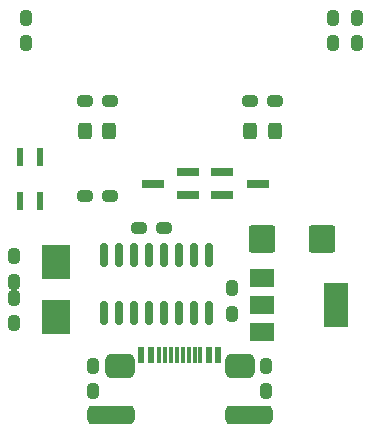
<source format=gbr>
%TF.GenerationSoftware,KiCad,Pcbnew,6.0.11+dfsg-1~bpo11+1*%
%TF.CreationDate,2023-07-14T01:26:02-04:00*%
%TF.ProjectId,ESP12,45535031-322e-46b6-9963-61645f706362,1.0.0*%
%TF.SameCoordinates,Original*%
%TF.FileFunction,Paste,Top*%
%TF.FilePolarity,Positive*%
%FSLAX46Y46*%
G04 Gerber Fmt 4.6, Leading zero omitted, Abs format (unit mm)*
G04 Created by KiCad (PCBNEW 6.0.11+dfsg-1~bpo11+1) date 2023-07-14 01:26:02*
%MOMM*%
%LPD*%
G01*
G04 APERTURE LIST*
G04 Aperture macros list*
%AMRoundRect*
0 Rectangle with rounded corners*
0 $1 Rounding radius*
0 $2 $3 $4 $5 $6 $7 $8 $9 X,Y pos of 4 corners*
0 Add a 4 corners polygon primitive as box body*
4,1,4,$2,$3,$4,$5,$6,$7,$8,$9,$2,$3,0*
0 Add four circle primitives for the rounded corners*
1,1,$1+$1,$2,$3*
1,1,$1+$1,$4,$5*
1,1,$1+$1,$6,$7*
1,1,$1+$1,$8,$9*
0 Add four rect primitives between the rounded corners*
20,1,$1+$1,$2,$3,$4,$5,0*
20,1,$1+$1,$4,$5,$6,$7,0*
20,1,$1+$1,$6,$7,$8,$9,0*
20,1,$1+$1,$8,$9,$2,$3,0*%
G04 Aperture macros list end*
%ADD10RoundRect,0.237500X-0.237500X0.400000X-0.237500X-0.400000X0.237500X-0.400000X0.237500X0.400000X0*%
%ADD11RoundRect,0.250000X0.875000X0.925000X-0.875000X0.925000X-0.875000X-0.925000X0.875000X-0.925000X0*%
%ADD12R,0.600000X1.450000*%
%ADD13R,0.300000X1.450000*%
%ADD14RoundRect,0.525000X-0.725000X-0.525000X0.725000X-0.525000X0.725000X0.525000X-0.725000X0.525000X0*%
%ADD15RoundRect,0.400000X-1.600000X-0.400000X1.600000X-0.400000X1.600000X0.400000X-1.600000X0.400000X0*%
%ADD16RoundRect,0.237500X0.237500X-0.400000X0.237500X0.400000X-0.237500X0.400000X-0.237500X-0.400000X0*%
%ADD17R,2.400000X3.000000*%
%ADD18R,1.900000X0.800000*%
%ADD19RoundRect,0.150000X-0.150000X0.825000X-0.150000X-0.825000X0.150000X-0.825000X0.150000X0.825000X0*%
%ADD20RoundRect,0.237500X0.400000X0.237500X-0.400000X0.237500X-0.400000X-0.237500X0.400000X-0.237500X0*%
%ADD21R,0.600000X1.600000*%
%ADD22RoundRect,0.237500X-0.400000X-0.237500X0.400000X-0.237500X0.400000X0.237500X-0.400000X0.237500X0*%
%ADD23RoundRect,0.250000X0.325000X0.450000X-0.325000X0.450000X-0.325000X-0.450000X0.325000X-0.450000X0*%
%ADD24RoundRect,0.250000X-0.325000X-0.450000X0.325000X-0.450000X0.325000X0.450000X-0.325000X0.450000X0*%
%ADD25R,2.000000X1.500000*%
%ADD26R,2.000000X3.800000*%
G04 APERTURE END LIST*
D10*
%TO.C,C2*%
X136000000Y-108154955D03*
X136000000Y-110279955D03*
%TD*%
D11*
%TO.C,C5*%
X162055545Y-106722019D03*
X156955545Y-106722019D03*
%TD*%
D12*
%TO.C,J1*%
X146750000Y-116502455D03*
X147550000Y-116502455D03*
D13*
X148750000Y-116502455D03*
X149750000Y-116502455D03*
X150250000Y-116502455D03*
X151250000Y-116502455D03*
D12*
X152450000Y-116502455D03*
X153250000Y-116502455D03*
X153250000Y-116502455D03*
X152450000Y-116502455D03*
D13*
X151750000Y-116502455D03*
X150750000Y-116502455D03*
X149250000Y-116502455D03*
X148250000Y-116502455D03*
D12*
X147550000Y-116502455D03*
X146750000Y-116502455D03*
D14*
X155096965Y-117429250D03*
D15*
X144153035Y-121597455D03*
X155846965Y-121597455D03*
D14*
X144903035Y-117429250D03*
%TD*%
D16*
%TO.C,R2*%
X137000000Y-90062500D03*
X137000000Y-87937500D03*
%TD*%
D17*
%TO.C,Y1*%
X139500000Y-113317455D03*
X139500000Y-108617455D03*
%TD*%
D18*
%TO.C,Q1*%
X150721453Y-102950000D03*
X150721453Y-101050000D03*
X147721453Y-102000000D03*
%TD*%
D16*
%TO.C,R3*%
X142680000Y-119569955D03*
X142680000Y-117444955D03*
%TD*%
%TO.C,R4*%
X157320000Y-119569955D03*
X157320000Y-117444955D03*
%TD*%
D10*
%TO.C,R7*%
X163000000Y-87937500D03*
X163000000Y-90062500D03*
%TD*%
D16*
%TO.C,C4*%
X154387518Y-112993433D03*
X154387518Y-110868433D03*
%TD*%
D19*
%TO.C,U1*%
X152450000Y-108012455D03*
X151180000Y-108012455D03*
X149910000Y-108012455D03*
X148640000Y-108012455D03*
X147370000Y-108012455D03*
X146100000Y-108012455D03*
X144830000Y-108012455D03*
X143560000Y-108012455D03*
X143560000Y-112962455D03*
X144830000Y-112962455D03*
X146100000Y-112962455D03*
X147370000Y-112962455D03*
X148640000Y-112962455D03*
X149910000Y-112962455D03*
X151180000Y-112962455D03*
X152450000Y-112962455D03*
%TD*%
D20*
%TO.C,R5*%
X158062500Y-95000000D03*
X155937500Y-95000000D03*
%TD*%
D21*
%TO.C,SW1*%
X138150000Y-99740491D03*
X138150000Y-103440491D03*
X136450000Y-99740491D03*
X136450000Y-103440491D03*
%TD*%
D18*
%TO.C,Q2*%
X153580000Y-101050000D03*
X153580000Y-102950000D03*
X156580000Y-102000000D03*
%TD*%
D22*
%TO.C,R6*%
X141937500Y-95000000D03*
X144062500Y-95000000D03*
%TD*%
D23*
%TO.C,D1*%
X158025000Y-97500000D03*
X155975000Y-97500000D03*
%TD*%
D16*
%TO.C,C1*%
X136000000Y-113779955D03*
X136000000Y-111654955D03*
%TD*%
D24*
%TO.C,D2*%
X141975000Y-97500000D03*
X144025000Y-97500000D03*
%TD*%
D25*
%TO.C,U2*%
X156955545Y-109973364D03*
X156955545Y-112273364D03*
D26*
X163255545Y-112273364D03*
D25*
X156955545Y-114573364D03*
%TD*%
D20*
%TO.C,C3*%
X148636090Y-105773720D03*
X146511090Y-105773720D03*
%TD*%
D16*
%TO.C,R8*%
X165000000Y-90062500D03*
X165000000Y-87937500D03*
%TD*%
D22*
%TO.C,R1*%
X141937500Y-103000000D03*
X144062500Y-103000000D03*
%TD*%
M02*

</source>
